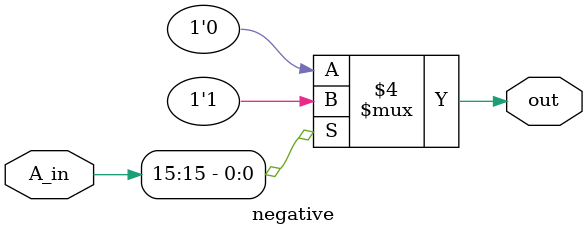
<source format=v>

module negative(A_in,out);

    // I/O
    input [15:0]A_in;
    output reg out;

    // Update the negative bit
    always @(A_in)
        if(A_in[15]==1)
            out = 1;
        else
            out = 0;
endmodule 
</source>
